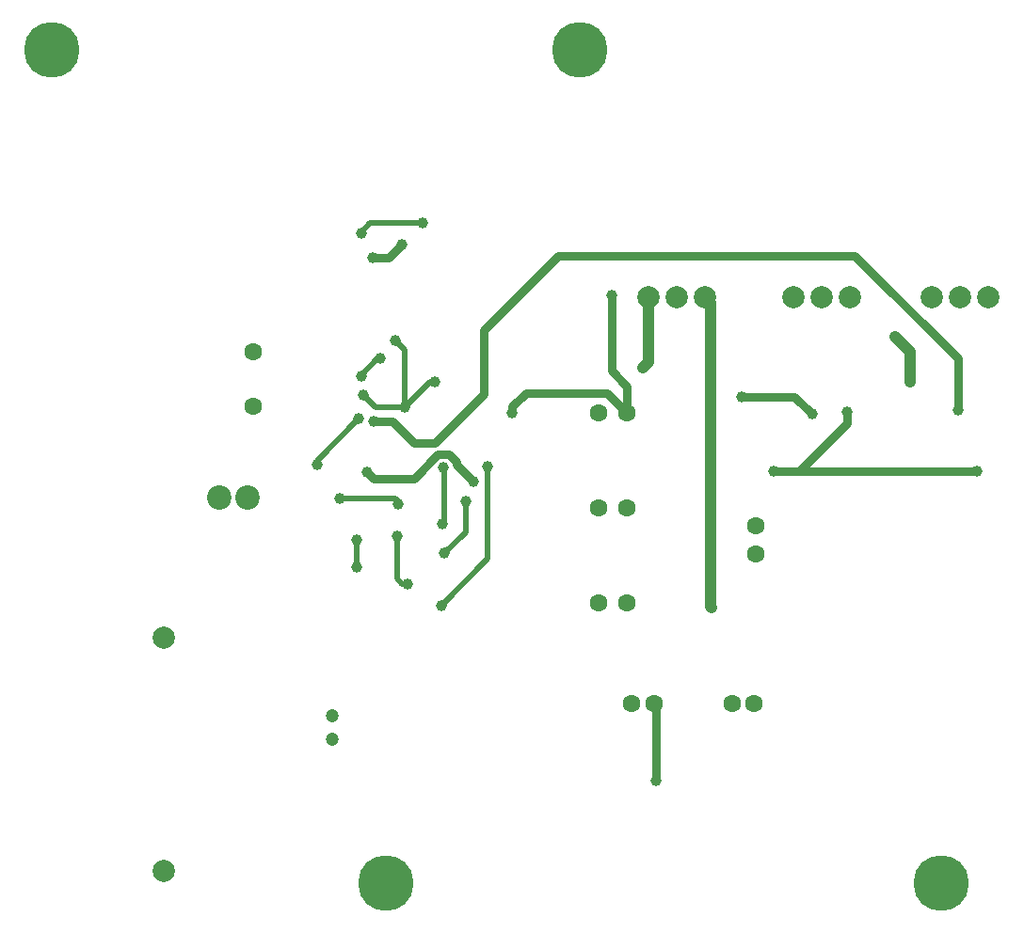
<source format=gbl>
%FSTAX24Y24*%
%MOIN*%
%SFA1B1*%

%IPPOS*%
%ADD19C,0.019700*%
%ADD20C,0.029500*%
%ADD21C,0.039400*%
%ADD22C,0.078700*%
%ADD23C,0.063000*%
%ADD24C,0.086600*%
%ADD25C,0.047200*%
%ADD26C,0.196900*%
%ADD27C,0.039400*%
%LNpcb181216ver1-1*%
%LPD*%
G54D19*
X014449Y018819D02*
Y020866D01*
X014134Y021181D02*
X014449Y020866D01*
X012992Y019252D02*
X013425Y018819D01*
X014449*
X015354Y019724D02*
X015512D01*
X014449Y018819D02*
X015354Y019724D01*
X013504Y020551D02*
X013583D01*
X012913Y019961D02*
X013504Y020551D01*
X012913Y019921D02*
Y019961D01*
X011339Y016811D02*
Y016929D01*
X012835Y018425*
X012913Y025D02*
Y025039D01*
X013228Y025354*
X015079*
X014213Y015394D02*
Y015512D01*
X014134Y015591D02*
X014213Y015512D01*
X012165Y015591D02*
X014134D01*
X017402Y013465D02*
Y016732D01*
X015748Y011811D02*
X017402Y013465D01*
X016614Y014409D02*
Y015512D01*
X015866Y013661D02*
X016614Y014409D01*
X01437Y012559D02*
X014567D01*
X014173Y012756D02*
X01437Y012559D01*
X014173Y012756D02*
Y014252D01*
X015748Y016693D02*
X015866Y016575D01*
Y014685D02*
Y016575D01*
X015748Y016693D02*
X015827D01*
X015787Y014685D02*
X015866D01*
X012756Y01315D02*
Y014134D01*
Y01315D02*
D01*
G54D20*
X018268Y018622D02*
Y018858D01*
X01874Y019331*
X02162*
X022328Y018623*
Y019562*
X021772Y020118D02*
X022328Y019562D01*
X021772Y020118D02*
Y022795D01*
X013346Y018346D02*
X014016D01*
X014803Y017559*
X015454*
X015464Y017569*
X015522*
X017244Y019291*
Y021575*
X019882Y024213*
X030394*
X034055Y020551*
Y01874D02*
Y020551D01*
X028425Y016575D02*
X034724D01*
X028268Y019213D02*
X028898Y018583D01*
X026378Y019213D02*
X028268D01*
X030118Y018268D02*
Y018661D01*
X028425Y016575D02*
X030118Y018268D01*
X02752Y016575D02*
X028425D01*
X01311Y016535D02*
X013346Y016299D01*
X014779*
X015635Y017155*
X016018*
X016289Y016884*
Y016782D02*
Y016884D01*
Y016782D02*
X01689Y016181D01*
X013307Y024134D02*
X013898D01*
X01437Y024606*
X023278Y008323D02*
X023346Y008255D01*
Y005591D02*
Y008255D01*
G54D21*
X023078Y02044D02*
Y022723D01*
X022874Y020236D02*
X023078Y02044D01*
X025276Y011772D02*
X025315Y011732D01*
X025078Y022723D02*
X025276Y022526D01*
Y011772D02*
Y022526D01*
X032362Y019724D02*
Y020787D01*
X031811Y021339D02*
X032362Y020787D01*
G54D22*
X025078Y022723D03*
X024078D03*
X023078D03*
X035128D03*
X034128D03*
X033128D03*
X030228D03*
X029228D03*
X028228D03*
X005928Y002406D03*
Y010673D03*
G54D23*
X02689Y013622D03*
Y014622D03*
X009078Y018873D03*
Y020794D03*
X021328Y01191D03*
X022328D03*
X021328Y015273D03*
X022328D03*
X021328Y018623D03*
X022328D03*
X026828Y008323D03*
X026041D03*
X023278D03*
X022491D03*
G54D24*
X008878Y015623D03*
X007878D03*
G54D25*
X011878Y007887D03*
Y00706D03*
G54D26*
X001969Y031496D03*
X020669D03*
X01378Y001969D03*
X033465D03*
G54D27*
X018268Y018622D03*
X021772Y022795D03*
X014134Y021181D03*
X012992Y019252D03*
X013346Y018346D03*
X015512Y019724D03*
X014449Y018819D03*
X013583Y020551D03*
X012913Y019921D03*
X034055Y01874D03*
X034724Y016575D03*
X028898Y018583D03*
X026378Y019213D03*
X022874Y020236D03*
X030118Y018661D03*
X02752Y016575D03*
X01311Y016535D03*
X01689Y016181D03*
X025315Y011732D03*
X032362Y019724D03*
X031811Y021339D03*
X011339Y016811D03*
X012835Y018425D03*
X012913Y025D03*
X015079Y025354D03*
X013307Y024134D03*
X01437Y024606D03*
X023346Y005591D03*
X014213Y015394D03*
X012165Y015591D03*
X017402Y016732D03*
X015748Y011811D03*
X016614Y015512D03*
X015866Y013661D03*
X014567Y012559D03*
X014173Y014252D03*
X015827Y016693D03*
X015787Y014685D03*
X012756Y014134D03*
Y01315D03*
M02*
</source>
